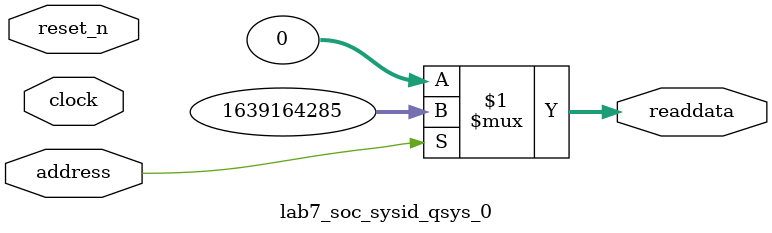
<source format=v>



// synthesis translate_off
`timescale 1ns / 1ps
// synthesis translate_on

// turn off superfluous verilog processor warnings 
// altera message_level Level1 
// altera message_off 10034 10035 10036 10037 10230 10240 10030 

module lab7_soc_sysid_qsys_0 (
               // inputs:
                address,
                clock,
                reset_n,

               // outputs:
                readdata
             )
;

  output  [ 31: 0] readdata;
  input            address;
  input            clock;
  input            reset_n;

  wire    [ 31: 0] readdata;
  //control_slave, which is an e_avalon_slave
  assign readdata = address ? 1639164285 : 0;

endmodule



</source>
